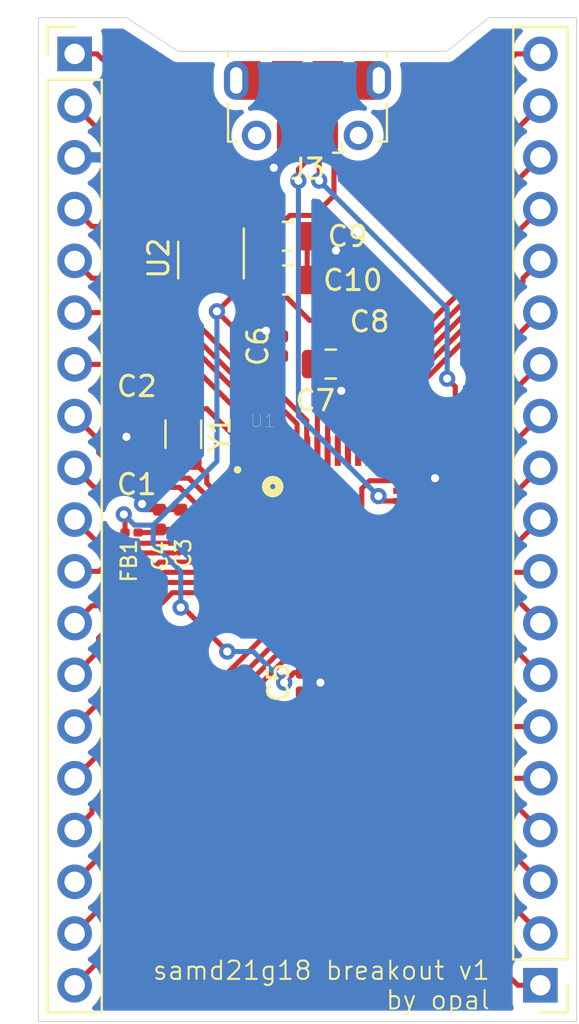
<source format=kicad_pcb>
(kicad_pcb (version 20211014) (generator pcbnew)
  (layers (0 "F.Cu" signal) (31 "B.Cu" signal) (34 "B.Paste" user) (35 "F.Paste" user) (36 "B.SilkS" user "B.Silkscreen") (37 "F.SilkS" user "F.Silkscreen") (38 "B.Mask" user) (39 "F.Mask" user) (44 "Edge.Cuts" user))
  (net 0 "")
  (net 1 "GND")
  (net 2 "Net-(C1-Pad1)")
  (net 3 "Net-(C2-Pad1)")
  (net 4 "Net-(C3-Pad1)")
  (net 5 "+3V3")
  (net 6 "Net-(C7-Pad1)")
  (net 7 "VBUS")
  (net 8 "PA21")
  (net 9 "PA22")
  (net 10 "PA23")
  (net 11 "PA27")
  (net 12 "PA28")
  (net 13 "PA30")
  (net 14 "PA31")
  (net 15 "PB23")
  (net 16 "PB22")
  (net 17 "PB11")
  (net 18 "PB10")
  (net 19 "PB09")
  (net 20 "PB08")
  (net 21 "PB03")
  (net 22 "PB02")
  (net 23 "RESET")
  (net 24 "PA20")
  (net 25 "PA19")
  (net 26 "PA18")
  (net 27 "PA17")
  (net 28 "PA16")
  (net 29 "PA15")
  (net 30 "PA14")
  (net 31 "PA13")
  (net 32 "PA12")
  (net 33 "PA11")
  (net 34 "PA10")
  (net 35 "PA09")
  (net 36 "PA08")
  (net 37 "PA07")
  (net 38 "PA06")
  (net 39 "PA05")
  (net 40 "PA04")
  (net 41 "PA03")
  (net 42 "PA02")
  (net 43 "Net-(J3-Pad6)")
  (net 44 "USB_D+")
  (net 45 "Net-(J3-Pad4)")
  (net 46 "USB_D-")
  (net 47 "Net-(U2-Pad4)")
  (footprint "Capacitor_SMD:C_0402_1005Metric" (layer "F.Cu") (at 155.448 85.9917 180)
    (fp_text reference "C2" (at 0 1.0922) (layer "F.SilkS"))
    (fp_text value "15pF")
    (pad "1" smd roundrect locked (at -0.485 0 180) (size 0.59 0.64) (layers "F.Cu" "F.Paste" "F.Mask") (net 3 "Net-(C2-Pad1)"))
    (pad "2" smd roundrect locked (at 0.485 0 180) (size 0.59 0.64) (layers "F.Cu" "F.Paste" "F.Mask") (net 1 "GND"))
  )
  (footprint "Capacitor_SMD:C_0402_1005Metric" (layer "F.Cu") (at 162.56 82.931 90)
    (fp_text reference "C6" (at 0 -1.17 90) (layer "F.SilkS"))
    (fp_text value "100nF")
    (pad "1" smd roundrect locked (at -0.485 0 90) (size 0.59 0.64) (layers "F.Cu" "F.Paste" "F.Mask") (net 5 "+3V3"))
    (pad "2" smd roundrect locked (at 0.485 0 90) (size 0.59 0.64) (layers "F.Cu" "F.Paste" "F.Mask") (net 1 "GND"))
  )
  (footprint "Capacitor_SMD:C_0402_1005Metric" (layer "F.Cu") (at 164.846 81.661)
    (fp_text reference "C8" (at 2.032 0.0635) (layer "F.SilkS"))
    (fp_text value "10µF")
    (pad "1" smd roundrect locked (at -0.485 0) (size 0.59 0.64) (layers "F.Cu" "F.Paste" "F.Mask") (net 5 "+3V3"))
    (pad "2" smd roundrect locked (at 0.485 0) (size 0.59 0.64) (layers "F.Cu" "F.Paste" "F.Mask") (net 1 "GND"))
  )
  (footprint "Connector_USB:USB_Micro-B_Molex-105017-0001" (layer "F.Cu") (at 163.83 71.12 180)
    (fp_text reference "J3" (at 0 -3.1125) (layer "F.SilkS"))
    (fp_text value "USB_B_Micro")
    (fp_line (start 3.9 -1.7625) (end 3.45 -1.7625) (layer "F.SilkS") (width 0.12))
    (fp_line (start -1.7 -2.3125) (end -1.25 -2.3125) (layer "F.SilkS") (width 0.12))
    (fp_line (start -3.9 2.6375) (end -3.9 2.3875) (layer "F.SilkS") (width 0.12))
    (fp_line (start -3.9 0.0875) (end -3.9 -1.7625) (layer "F.SilkS") (width 0.12))
    (fp_line (start -1.7 -2.3125) (end -1.7 -1.8625) (layer "F.SilkS") (width 0.12))
    (fp_line (start -3.9 -1.7625) (end -3.45 -1.7625) (layer "F.SilkS") (width 0.12))
    (fp_line (start 3.9 0.0875) (end 3.9 -1.7625) (layer "F.SilkS") (width 0.12))
    (fp_line (start 3.9 2.6375) (end 3.9 2.3875) (layer "F.SilkS") (width 0.12))
    (pad "1" smd rect locked (at -1.3 -1.4625 180) (size 0.4 1.35) (layers "F.Cu" "F.Paste" "F.Mask") (net 7 "VBUS"))
    (pad "2" smd rect locked (at -0.65 -1.4625 180) (size 0.4 1.35) (layers "F.Cu" "F.Paste" "F.Mask") (net 46 "USB_D-"))
    (pad "3" smd rect locked (at 0 -1.4625 180) (size 0.4 1.35) (layers "F.Cu" "F.Paste" "F.Mask") (net 44 "USB_D+"))
    (pad "4" smd rect locked (at 0.65 -1.4625 180) (size 0.4 1.35) (layers "F.Cu" "F.Paste" "F.Mask") (net 45 "Net-(J3-Pad4)"))
    (pad "5" smd rect locked (at 1.3 -1.4625 180) (size 0.4 1.35) (layers "F.Cu" "F.Paste" "F.Mask") (net 1 "GND"))
    (pad "6" smd rect locked (at 1 1.2375 180) (size 1.5 1.9) (layers "F.Cu" "F.Paste" "F.Mask") (net 43 "Net-(J3-Pad6)"))
    (pad "6" thru_hole circle locked (at -2.5 -1.4625 180) (size 1.45 1.45) (drill 0.85) (layers *.Cu *.Mask) (net 43 "Net-(J3-Pad6)"))
    (pad "6" thru_hole oval locked (at -3.5 1.2375) (size 1.2 1.9) (drill oval 0.6 1.3) (layers *.Cu *.Mask) (net 43 "Net-(J3-Pad6)"))
    (pad "6" thru_hole oval locked (at 3.5 1.2375 180) (size 1.2 1.9) (drill oval 0.6 1.3) (layers *.Cu *.Mask) (net 43 "Net-(J3-Pad6)"))
    (pad "6" smd rect locked (at 2.9 1.2375 180) (size 1.2 1.9) (layers "F.Cu" "F.Mask") (net 43 "Net-(J3-Pad6)"))
    (pad "6" smd rect locked (at -1 1.2375 180) (size 1.5 1.9) (layers "F.Cu" "F.Paste" "F.Mask") (net 43 "Net-(J3-Pad6)"))
    (pad "6" thru_hole circle locked (at 2.5 -1.4625 180) (size 1.45 1.45) (drill 0.85) (layers *.Cu *.Mask) (net 43 "Net-(J3-Pad6)"))
    (pad "6" smd rect locked (at -2.9 1.2375 180) (size 1.2 1.9) (layers "F.Cu" "F.Mask") (net 43 "Net-(J3-Pad6)"))
  )
  (footprint "ATSAMD21G18A-AU:QFP50P900X900X120-48N" (layer "F.Cu") (at 164.5666 92.2782)
    (fp_text reference "U1" (at -2.929028 -5.689281) (layer "F.SilkS") (effects (font (size 0.640662 0.640662) (thickness 0.015))))
    (fp_text value "ATSAMD21G18A-AU")
    (fp_circle (center -2.443 -2.458) (end -2.316 -2.458) (layer "F.SilkS") (width 0.4) (fill none))
    (fp_circle (center -4.17 -3.283) (end -4.07 -3.283) (layer "F.SilkS") (width 0.17) (fill none))
    (pad "1" smd rect locked (at -4.2 -2.75) (size 1.45 0.3) (layers "F.Cu" "F.Paste" "F.Mask") (net 3 "Net-(C2-Pad1)"))
    (pad "2" smd rect locked (at -4.2 -2.25) (size 1.45 0.3) (layers "F.Cu" "F.Paste" "F.Mask") (net 2 "Net-(C1-Pad1)"))
    (pad "3" smd rect locked (at -4.2 -1.75) (size 1.45 0.3) (layers "F.Cu" "F.Paste" "F.Mask") (net 42 "PA02"))
    (pad "4" smd rect locked (at -4.2 -1.25) (size 1.45 0.3) (layers "F.Cu" "F.Paste" "F.Mask") (net 41 "PA03"))
    (pad "5" smd rect locked (at -4.2 -0.75) (size 1.45 0.3) (layers "F.Cu" "F.Paste" "F.Mask") (net 1 "GND"))
    (pad "6" smd rect locked (at -4.2 -0.25) (size 1.45 0.3) (layers "F.Cu" "F.Paste" "F.Mask") (net 4 "Net-(C3-Pad1)"))
    (pad "7" smd rect locked (at -4.2 0.25) (size 1.45 0.3) (layers "F.Cu" "F.Paste" "F.Mask") (net 20 "PB08"))
    (pad "8" smd rect locked (at -4.2 0.75) (size 1.45 0.3) (layers "F.Cu" "F.Paste" "F.Mask") (net 19 "PB09"))
    (pad "9" smd rect locked (at -4.2 1.25) (size 1.45 0.3) (layers "F.Cu" "F.Paste" "F.Mask") (net 40 "PA04"))
    (pad "10" smd rect locked (at -4.2 1.75) (size 1.45 0.3) (layers "F.Cu" "F.Paste" "F.Mask") (net 39 "PA05"))
    (pad "11" smd rect locked (at -4.2 2.25) (size 1.45 0.3) (layers "F.Cu" "F.Paste" "F.Mask") (net 38 "PA06"))
    (pad "12" smd rect locked (at -4.2 2.75) (size 1.45 0.3) (layers "F.Cu" "F.Paste" "F.Mask") (net 37 "PA07"))
    (pad "13" smd rect locked (at -2.75 4.2) (size 0.3 1.45) (layers "F.Cu" "F.Paste" "F.Mask") (net 36 "PA08"))
    (pad "14" smd rect locked (at -2.25 4.2) (size 0.3 1.45) (layers "F.Cu" "F.Paste" "F.Mask") (net 35 "PA09"))
    (pad "15" smd rect locked (at -1.75 4.2) (size 0.3 1.45) (layers "F.Cu" "F.Paste" "F.Mask") (net 34 "PA10"))
    (pad "16" smd rect locked (at -1.25 4.2) (size 0.3 1.45) (layers "F.Cu" "F.Paste" "F.Mask") (net 33 "PA11"))
    (pad "17" smd rect locked (at -0.75 4.2) (size 0.3 1.45) (layers "F.Cu" "F.Paste" "F.Mask") (net 5 "+3V3"))
    (pad "18" smd rect locked (at -0.25 4.2) (size 0.3 1.45) (layers "F.Cu" "F.Paste" "F.Mask") (net 1 "GND"))
    (pad "19" smd rect locked (at 0.25 4.2) (size 0.3 1.45) (layers "F.Cu" "F.Paste" "F.Mask") (net 18 "PB10"))
    (pad "20" smd rect locked (at 0.75 4.2) (size 0.3 1.45) (layers "F.Cu" "F.Paste" "F.Mask") (net 17 "PB11"))
    (pad "21" smd rect locked (at 1.25 4.2) (size 0.3 1.45) (layers "F.Cu" "F.Paste" "F.Mask") (net 32 "PA12"))
    (pad "22" smd rect locked (at 1.75 4.2) (size 0.3 1.45) (layers "F.Cu" "F.Paste" "F.Mask") (net 31 "PA13"))
    (pad "23" smd rect locked (at 2.25 4.2) (size 0.3 1.45) (layers "F.Cu" "F.Paste" "F.Mask") (net 30 "PA14"))
    (pad "24" smd rect locked (at 2.75 4.2) (size 0.3 1.45) (layers "F.Cu" "F.Paste" "F.Mask") (net 29 "PA15"))
    (pad "25" smd rect locked (at 4.17 2.75) (size 1.45 0.3) (layers "F.Cu" "F.Paste" "F.Mask") (net 28 "PA16"))
    (pad "26" smd rect locked (at 4.2 2.25) (size 1.45 0.3) (layers "F.Cu" "F.Paste" "F.Mask") (net 27 "PA17"))
    (pad "27" smd rect locked (at 4.2 1.75) (size 1.45 0.3) (layers "F.Cu" "F.Paste" "F.Mask") (net 26 "PA18"))
    (pad "28" smd rect locked (at 4.2 1.25) (size 1.45 0.3) (layers "F.Cu" "F.Paste" "F.Mask") (net 25 "PA19"))
    (pad "29" smd rect locked (at 4.2 0.75) (size 1.45 0.3) (layers "F.Cu" "F.Paste" "F.Mask") (net 24 "PA20"))
    (pad "30" smd rect locked (at 4.2 0.25) (size 1.45 0.3) (layers "F.Cu" "F.Paste" "F.Mask") (net 8 "PA21"))
    (pad "31" smd rect locked (at 4.2 -0.25) (size 1.45 0.3) (layers "F.Cu" "F.Paste" "F.Mask") (net 9 "PA22"))
    (pad "32" smd rect locked (at 4.2 -0.75) (size 1.45 0.3) (layers "F.Cu" "F.Paste" "F.Mask") (net 10 "PA23"))
    (pad "33" smd rect locked (at 4.2 -1.25) (size 1.45 0.3) (layers "F.Cu" "F.Paste" "F.Mask") (net 46 "USB_D-"))
    (pad "34" smd rect locked (at 4.2 -1.75) (size 1.45 0.3) (layers "F.Cu" "F.Paste" "F.Mask") (net 44 "USB_D+"))
    (pad "35" smd rect locked (at 4.2 -2.25) (size 1.45 0.3) (layers "F.Cu" "F.Paste" "F.Mask") (net 1 "GND"))
    (pad "36" smd rect locked (at 4.2 -2.75) (size 1.45 0.3) (layers "F.Cu" "F.Paste" "F.Mask") (net 5 "+3V3"))
    (pad "37" smd rect locked (at 2.75 -4.2) (size 0.3 1.45) (layers "F.Cu" "F.Paste" "F.Mask") (net 16 "PB22"))
    (pad "38" smd rect locked (at 2.25 -4.2) (size 0.3 1.45) (layers "F.Cu" "F.Paste" "F.Mask") (net 15 "PB23"))
    (pad "39" smd rect locked (at 1.75 -4.2) (size 0.3 1.45) (layers "F.Cu" "F.Paste" "F.Mask") (net 11 "PA27"))
    (pad "40" smd rect locked (at 1.25 -4.2) (size 0.3 1.45) (layers "F.Cu" "F.Paste" "F.Mask") (net 23 "RESET"))
    (pad "41" smd rect locked (at 0.75 -4.2) (size 0.3 1.45) (layers "F.Cu" "F.Paste" "F.Mask") (net 12 "PA28"))
    (pad "42" smd rect locked (at 0.25 -4.2) (size 0.3 1.45) (layers "F.Cu" "F.Paste" "F.Mask") (net 1 "GND"))
    (pad "43" smd rect locked (at -0.25 -4.2) (size 0.3 1.45) (layers "F.Cu" "F.Paste" "F.Mask") (net 6 "Net-(C7-Pad1)"))
    (pad "44" smd rect locked (at -0.75 -4.2) (size 0.3 1.45) (layers "F.Cu" "F.Paste" "F.Mask") (net 5 "+3V3"))
    (pad "45" smd rect locked (at -1.25 -4.2) (size 0.3 1.45) (layers "F.Cu" "F.Paste" "F.Mask") (net 13 "PA30"))
    (pad "46" smd rect locked (at -1.75 -4.2) (size 0.3 1.45) (layers "F.Cu" "F.Paste" "F.Mask") (net 14 "PA31"))
    (pad "47" smd rect locked (at -2.25 -4.2) (size 0.3 1.45) (layers "F.Cu" "F.Paste" "F.Mask") (net 22 "PB02"))
    (pad "48" smd rect locked (at -2.75 -4.2) (size 0.3 1.45) (layers "F.Cu" "F.Paste" "F.Mask") (net 21 "PB03"))
  )
  (footprint "Package_TO_SOT_SMD:SOT-23-5" (layer "F.Cu") (at 159.0929 78.7019 -90)
    (fp_text reference "U2" (at -0.0889 2.5654 90) (layer "F.SilkS"))
    (fp_text value "MIC5504-3.3YM5")
    (fp_line (start -0.9 1.61) (end 0.9 1.61) (layer "F.SilkS") (width 0.12))
    (fp_line (start 0.9 -1.61) (end -1.55 -1.61) (layer "F.SilkS") (width 0.12))
    (pad "1" smd rect locked (at -1.1 -0.95 270) (size 1.06 0.65) (layers "F.Cu" "F.Paste" "F.Mask") (net 7 "VBUS"))
    (pad "2" smd rect locked (at -1.1 0 270) (size 1.06 0.65) (layers "F.Cu" "F.Paste" "F.Mask") (net 1 "GND"))
    (pad "3" smd rect locked (at -1.1 0.95 270) (size 1.06 0.65) (layers "F.Cu" "F.Paste" "F.Mask") (net 7 "VBUS"))
    (pad "4" smd rect locked (at 1.1 0.95 270) (size 1.06 0.65) (layers "F.Cu" "F.Paste" "F.Mask") (net 47 "Net-(U2-Pad4)"))
    (pad "5" smd rect locked (at 1.1 -0.95 270) (size 1.06 0.65) (layers "F.Cu" "F.Paste" "F.Mask") (net 5 "+3V3"))
  )
  (footprint "Capacitor_SMD:C_0402_1005Metric" (layer "F.Cu") (at 163.576 99.441 90)
    (fp_text reference "C5" (at 0 -1.17 90) (layer "F.SilkS"))
    (fp_text value "100nF")
    (pad "1" smd roundrect locked (at -0.485 0 90) (size 0.59 0.64) (layers "F.Cu" "F.Paste" "F.Mask") (net 1 "GND"))
    (pad "2" smd roundrect locked (at 0.485 0 90) (size 0.59 0.64) (layers "F.Cu" "F.Paste" "F.Mask") (net 5 "+3V3"))
  )
  (footprint "Capacitor_SMD:C_0805_2012Metric" (layer "F.Cu") (at 162.8902 79.6798)
    (fp_text reference "C10" (at 3.1623 0.0127) (layer "F.SilkS"))
    (fp_text value "1µF")
    (fp_line (start -0.258578 -0.71) (end 0.258578 -0.71) (layer "F.SilkS") (width 0.12))
    (fp_line (start -0.258578 0.71) (end 0.258578 0.71) (layer "F.SilkS") (width 0.12))
    (pad "1" smd roundrect locked (at -0.9375 0) (size 0.975 1.4) (layers "F.Cu" "F.Paste" "F.Mask") (net 5 "+3V3"))
    (pad "2" smd roundrect locked (at 0.9375 0) (size 0.975 1.4) (layers "F.Cu" "F.Paste" "F.Mask") (net 1 "GND"))
  )
  (footprint "Capacitor_SMD:C_0402_1005Metric" (layer "F.Cu") (at 155.448 88.5444 180)
    (fp_text reference "C1" (at 0 -1.17) (layer "F.SilkS"))
    (fp_text value "15pF")
    (pad "1" smd roundrect locked (at -0.485 0 180) (size 0.59 0.64) (layers "F.Cu" "F.Paste" "F.Mask") (net 2 "Net-(C1-Pad1)"))
    (pad "2" smd roundrect locked (at 0.485 0 180) (size 0.59 0.64) (layers "F.Cu" "F.Paste" "F.Mask") (net 1 "GND"))
  )
  (footprint "Capacitor_SMD:C_0402_1005Metric" (layer "F.Cu") (at 156.5656 91.44 -90)
    (fp_text reference "C4" (at 1.778 -0.0254 90) (layer "F.SilkS") (effects (font (size 0.75 0.75) (thickness 0.12))))
    (fp_text value "10µF")
    (pad "1" smd roundrect locked (at -0.485 0 270) (size 0.59 0.64) (layers "F.Cu" "F.Paste" "F.Mask") (net 1 "GND"))
    (pad "2" smd roundrect locked (at 0.485 0 270) (size 0.59 0.64) (layers "F.Cu" "F.Paste" "F.Mask") (net 4 "Net-(C3-Pad1)"))
  )
  (footprint "Capacitor_SMD:C_0402_1005Metric" (layer "F.Cu") (at 157.607 91.44 90)
    (fp_text reference "C3" (at -1.651 0.127 90) (layer "F.SilkS") (effects (font (size 0.75 0.75) (thickness 0.12))))
    (fp_text value "100nF")
    (pad "1" smd roundrect locked (at -0.485 0 90) (size 0.59 0.64) (layers "F.Cu" "F.Paste" "F.Mask") (net 4 "Net-(C3-Pad1)"))
    (pad "2" smd roundrect locked (at 0.485 0 90) (size 0.59 0.64) (layers "F.Cu" "F.Paste" "F.Mask") (net 1 "GND"))
  )
  (footprint "Inductor_SMD:L_0201_0603Metric" (layer "F.Cu") (at 155.194 92.075)
    (fp_text reference "FB1" (at -0.127 1.397 270) (layer "F.SilkS") (effects (font (size 0.75 0.75) (thickness 0.12))))
    (fp_text value "220Ω @ 100MHz")
    (pad "1" smd roundrect locked (at -0.32 0) (size 0.46 0.4) (layers "F.Cu" "F.Mask") (net 5 "+3V3"))
    (pad "2" smd roundrect locked (at 0.32 0) (size 0.46 0.4) (layers "F.Cu" "F.Mask") (net 4 "Net-(C3-Pad1)"))
  )
  (footprint "Connector_PinHeader_2.54mm:PinHeader_1x19_P2.54mm_Vertical" (layer "F.Cu") (at 175.26 114.3 180)
    (fp_text reference "J2" hide)
    (fp_text value "Conn_01x19")
    (fp_line (start -1.33 1.27) (end -1.33 47.05) (layer "F.SilkS") (width 0.12))
    (fp_line (start -1.33 1.27) (end 1.33 1.27) (layer "F.SilkS") (width 0.12))
    (fp_line (start 1.33 1.27) (end 1.33 47.05) (layer "F.SilkS") (width 0.12))
    (fp_line (start -1.33 0) (end -1.33 -1.33) (layer "F.SilkS") (width 0.12))
    (fp_line (start -1.33 -1.33) (end 0 -1.33) (layer "F.SilkS") (width 0.12))
    (fp_line (start -1.33 47.05) (end 1.33 47.05) (layer "F.SilkS") (width 0.12))
    (pad "1" thru_hole rect locked (at 0 0 180) (size 1.7 1.7) (drill 1) (layers *.Cu *.Mask) (net 18 "PB10"))
    (pad "2" thru_hole oval locked (at 0 2.54 180) (size 1.7 1.7) (drill 1) (layers *.Cu *.Mask) (net 17 "PB11"))
    (pad "3" thru_hole oval locked (at 0 5.08 180) (size 1.7 1.7) (drill 1) (layers *.Cu *.Mask) (net 32 "PA12"))
    (pad "4" thru_hole oval locked (at 0 7.62 180) (size 1.7 1.7) (drill 1) (layers *.Cu *.Mask) (net 31 "PA13"))
    (pad "5" thru_hole oval locked (at 0 10.16 180) (size 1.7 1.7) (drill 1) (layers *.Cu *.Mask) (net 30 "PA14"))
    (pad "6" thru_hole oval locked (at 0 12.7 180) (size 1.7 1.7) (drill 1) (layers *.Cu *.Mask) (net 29 "PA15"))
    (pad "7" thru_hole oval locked (at 0 15.24 180) (size 1.7 1.7) (drill 1) (layers *.Cu *.Mask) (net 28 "PA16"))
    (pad "8" thru_hole oval locked (at 0 17.78 180) (size 1.7 1.7) (drill 1) (layers *.Cu *.Mask) (net 27 "PA17"))
    (pad "9" thru_hole oval locked (at 0 20.32 180) (size 1.7 1.7) (drill 1) (layers *.Cu *.Mask) (net 26 "PA18"))
    (pad "10" thru_hole oval locked (at 0 22.86 180) (size 1.7 1.7) (drill 1) (layers *.Cu *.Mask) (net 25 "PA19"))
    (pad "11" thru_hole oval locked (at 0 25.4 180) (size 1.7 1.7) (drill 1) (layers *.Cu *.Mask) (net 24 "PA20"))
    (pad "12" thru_hole oval locked (at 0 27.94 180) (size 1.7 1.7) (drill 1) (layers *.Cu *.Mask) (net 8 "PA21"))
    (pad "13" thru_hole oval locked (at 0 30.48 180) (size 1.7 1.7) (drill 1) (layers *.Cu *.Mask) (net 9 "PA22"))
    (pad "14" thru_hole oval locked (at 0 33.02 180) (size 1.7 1.7) (drill 1) (layers *.Cu *.Mask) (net 10 "PA23"))
    (pad "15" thru_hole oval locked (at 0 35.56 180) (size 1.7 1.7) (drill 1) (layers *.Cu *.Mask) (net 16 "PB22"))
    (pad "16" thru_hole oval locked (at 0 38.1 180) (size 1.7 1.7) (drill 1) (layers *.Cu *.Mask) (net 15 "PB23"))
    (pad "17" thru_hole oval locked (at 0 40.64 180) (size 1.7 1.7) (drill 1) (layers *.Cu *.Mask) (net 11 "PA27"))
    (pad "18" thru_hole oval locked (at 0 43.18 180) (size 1.7 1.7) (drill 1) (layers *.Cu *.Mask) (net 23 "RESET"))
    (pad "19" thru_hole oval locked (at 0 45.72 180) (size 1.7 1.7) (drill 1) (layers *.Cu *.Mask) (net 12 "PA28"))
  )
  (footprint "Capacitor_SMD:C_0805_2012Metric" (layer "F.Cu") (at 162.8775 77.5335)
    (fp_text reference "C9" (at 2.921 0) (layer "F.SilkS"))
    (fp_text value "1µF")
    (fp_line (start -0.258578 0.71) (end 0.258578 0.71) (layer "F.SilkS") (width 0.12))
    (fp_line (start -0.258578 -0.71) (end 0.258578 -0.71) (layer "F.SilkS") (width 0.12))
    (pad "1" smd roundrect locked (at -0.9375 0) (size 0.975 1.4) (layers "F.Cu" "F.Paste" "F.Mask") (net 7 "VBUS"))
    (pad "2" smd roundrect locked (at 0.9375 0) (size 0.975 1.4) (layers "F.Cu" "F.Paste" "F.Mask") (net 1 "GND"))
  )
  (footprint "Capacitor_SMD:C_0805_2012Metric" (layer "F.Cu") (at 164.973 83.8073)
    (fp_text reference "C7" (at -0.762 1.7907) (layer "F.SilkS"))
    (fp_text value "1µF")
    (fp_line (start -0.258578 -0.71) (end 0.258578 -0.71) (layer "F.SilkS") (width 0.12))
    (fp_line (start -0.258578 0.71) (end 0.258578 0.71) (layer "F.SilkS") (width 0.12))
    (pad "1" smd roundrect locked (at -0.9375 0) (size 0.975 1.4) (layers "F.Cu" "F.Paste" "F.Mask") (net 6 "Net-(C7-Pad1)"))
    (pad "2" smd roundrect locked (at 0.9375 0) (size 0.975 1.4) (layers "F.Cu" "F.Paste" "F.Mask") (net 1 "GND"))
  )
  (footprint "Crystal:Crystal_SMD_3215-2Pin_3.2x1.5mm" (layer "F.Cu") (at 157.734 87.249 90)
    (fp_text reference "Y1" (at 0.0127 1.7907 90) (layer "F.SilkS"))
    (fp_text value "32768Hz")
    (fp_line (start -0.675 0.875) (end 0.675 0.875) (layer "F.SilkS") (width 0.12))
    (fp_line (start -0.675 -0.875) (end 0.675 -0.875) (layer "F.SilkS") (width 0.12))
    (pad "1" smd rect locked (at 1.25 0 90) (size 1 1.8) (layers "F.Cu" "F.Paste" "F.Mask") (net 3 "Net-(C2-Pad1)"))
    (pad "2" smd rect locked (at -1.25 0 90) (size 1 1.8) (layers "F.Cu" "F.Paste" "F.Mask") (net 2 "Net-(C1-Pad1)"))
  )
  (footprint "Connector_PinHeader_2.54mm:PinHeader_1x19_P2.54mm_Vertical" (layer "F.Cu") (at 152.4 68.58)
    (fp_text reference "J1" hide)
    (fp_text value "Conn_01x19")
    (fp_line (start -1.33 1.27) (end 1.33 1.27) (layer "F.SilkS") (width 0.12))
    (fp_line (start -1.33 0) (end -1.33 -1.33) (layer "F.SilkS") (width 0.12))
    (fp_line (start -1.33 -1.33) (end 0 -1.33) (layer "F.SilkS") (width 0.12))
    (fp_line (start -1.33 1.27) (end -1.33 47.05) (layer "F.SilkS") (width 0.12))
    (fp_line (start -1.33 47.05) (end 1.33 47.05) (layer "F.SilkS") (width 0.12))
    (fp_line (start 1.33 1.27) (end 1.33 47.05) (layer "F.SilkS") (width 0.12))
    (pad "1" thru_hole rect locked (at 0 0) (size 1.7 1.7) (drill 1) (layers *.Cu *.Mask) (net 7 "VBUS"))
    (pad "2" thru_hole oval locked (at 0 2.54) (size 1.7 1.7) (drill 1) (layers *.Cu *.Mask) (net 5 "+3V3"))
    (pad "3" thru_hole oval locked (at 0 5.08) (size 1.7 1.7) (drill 1) (layers *.Cu *.Mask) (net 1 "GND"))
    (pad "4" thru_hole oval locked (at 0 7.62) (size 1.7 1.7) (drill 1) (layers *.Cu *.Mask) (net 13 "PA30"))
    (pad "5" thru_hole oval locked (at 0 10.16) (size 1.7 1.7) (drill 1) (layers *.Cu *.Mask) (net 14 "PA31"))
    (pad "6" thru_hole oval locked (at 0 12.7) (size 1.7 1.7) (drill 1) (layers *.Cu *.Mask) (net 22 "PB02"))
    (pad "7" thru_hole oval locked (at 0 15.24) (size 1.7 1.7) (drill 1) (layers *.Cu *.Mask) (net 21 "PB03"))
    (pad "8" thru_hole oval locked (at 0 17.78) (size 1.7 1.7) (drill 1) (layers *.Cu *.Mask) (net 42 "PA02"))
    (pad "9" thru_hole oval locked (at 0 20.32) (size 1.7 1.7) (drill 1) (layers *.Cu *.Mask) (net 41 "PA03"))
    (pad "10" thru_hole oval locked (at 0 22.86) (size 1.7 1.7) (drill 1) (layers *.Cu *.Mask) (net 20 "PB08"))
    (pad "11" thru_hole oval locked (at 0 25.4) (size 1.7 1.7) (drill 1) (layers *.Cu *.Mask) (net 19 "PB09"))
    (pad "12" thru_hole oval locked (at 0 27.94) (size 1.7 1.7) (drill 1) (layers *.Cu *.Mask) (net 40 "PA04"))
    (pad "13" thru_hole oval locked (at 0 30.48) (size 1.7 1.7) (drill 1) (layers *.Cu *.Mask) (net 39 "PA05"))
    (pad "14" thru_hole oval locked (at 0 33.02) (size 1.7 1.7) (drill 1) (layers *.Cu *.Mask) (net 38 "PA06"))
    (pad "15" thru_hole oval locked (at 0 35.56) (size 1.7 1.7) (drill 1) (layers *.Cu *.Mask) (net 37 "PA07"))
    (pad "16" thru_hole oval locked (at 0 38.1) (size 1.7 1.7) (drill 1) (layers *.Cu *.Mask) (net 36 "PA08"))
    (pad "17" thru_hole oval locked (at 0 40.64) (size 1.7 1.7) (drill 1) (layers *.Cu *.Mask) (net 35 "PA09"))
    (pad "18" thru_hole oval locked (at 0 43.18) (size 1.7 1.7) (drill 1) (layers *.Cu *.Mask) (net 34 "PA10"))
    (pad "19" thru_hole oval locked (at 0 45.72) (size 1.7 1.7) (drill 1) (layers *.Cu *.Mask) (net 33 "PA11"))
  )
  (gr_line (start 150.622 116.078) (end 150.622 66.802) (layer "Edge.Cuts") (width 0.05))
  (gr_line (start 165.608 68.453) (end 170.688 68.453) (layer "Edge.Cuts") (width 0.05))
  (gr_line (start 150.622 66.802) (end 154.94 66.802) (layer "Edge.Cuts") (width 0.05))
  (gr_line (start 159.512 68.453) (end 165.608 68.453) (layer "Edge.Cuts") (width 0.05))
  (gr_line (start 172.72 66.802) (end 177.038 66.802) (layer "Edge.Cuts") (width 0.05))
  (gr_line (start 157.48 68.453) (end 154.94 66.802) (layer "Edge.Cuts") (width 0.05))
  (gr_line (start 170.688 68.453) (end 172.72 66.802) (layer "Edge.Cuts") (width 0.05))
  (gr_line (start 177.038 66.802) (end 177.038 116.078) (layer "Edge.Cuts") (width 0.05))
  (gr_line (start 159.512 68.453) (end 157.48 68.453) (layer "Edge.Cuts") (width 0.05))
  (gr_line (start 177.038 116.078) (end 150.622 116.078) (layer "Edge.Cuts") (width 0.05))
  (gr_text "samd21g18 breakout v1\nby opal" (at 172.847 114.3) (layer "F.SilkS") (effects (font (size 0.9 0.9) (thickness 0.1)) (justify right)))
  (segment (start 154.94 88.5214) (end 154.963 88.5444) (width 0.25) (layer "F.Cu") (net 1))
  (segment (start 165.227 78.232) (end 164.89342 77.5335) (width 0.25) (layer "F.Cu") (net 1))
  (segment (start 163.98 99.926) (end 164.465 99.441) (width 0.25) (layer "F.Cu") (net 1))
  (segment (start 156.5656 90.955) (end 157.607 90.955) (width 0.25) (layer "F.Cu") (net 1))
  (segment (start 159.0929 76.4032) (end 159.0929 77.6019) (width 0.25) (layer "F.Cu") (net 1))
  (segment (start 157.607 91.0058) (end 157.927 91.0058) (width 0.25) (layer "F.Cu") (net 1))
  (segment (start 163.815 79.6671) (end 163.8277 79.6798) (width 0.25) (layer "F.Cu") (net 1))
  (segment (start 162.53 73.817) (end 162.53 72.5825) (width 0.25) (layer "F.Cu") (net 1))
  (segment (start 162.179 74.168) (end 162.53 73.817) (width 0.25) (layer "F.Cu") (net 1))
  (segment (start 165.331 79.030354) (end 165.331 81.661) (width 0.25) (layer "F.Cu") (net 1))
  (segment (start 156.5656 90.955) (end 155.990423 90.955) (width 0.25) (layer "F.Cu") (net 1))
  (segment (start 165.227 78.232) (end 165.331 79.030354) (width 0.25) (layer "F.Cu") (net 1))
  (segment (start 158.4494 91.5282) (end 159.3916 91.5282) (width 0.25) (layer "F.Cu") (net 1))
  (segment (start 157.927 91.0058) (end 158.4494 91.5282) (width 0.25) (layer "F.Cu") (net 1))
  (segment (start 163.815 77.5335) (end 163.815 79.6671) (width 0.25) (layer "F.Cu") (net 1))
  (segment (start 165.7454 84.85973) (end 165.48643 85.1187) (width 0.25) (layer "F.Cu") (net 1))
  (segment (start 154.963 85.9917) (end 154.963 87.353) (width 0.25) (layer "F.Cu") (net 1))
  (segment (start 169.7416 90.0282) (end 168.7666 90.0282) (width 0.25) (layer "F.Cu") (net 1))
  (segment (start 155.990423 90.955) (end 155.708231 90.672808) (width 0.25) (layer "F.Cu") (net 1))
  (segment (start 154.963 87.353) (end 154.94 87.376) (width 0.25) (layer "F.Cu") (net 1))
  (segment (start 162.56 82.446) (end 162.075 82.446) (width 0.25) (layer "F.Cu") (net 1))
  (segment (start 159.3916 91.5282) (end 160.3666 91.5282) (width 0.25) (layer "F.Cu") (net 1))
  (segment (start 164.3166 99.2926) (end 164.465 99.441) (width 0.25) (layer "F.Cu") (net 1))
  (segment (start 170.091602 89.678198) (end 170.091602 89.408) (width 0.25) (layer "F.Cu") (net 1))
  (segment (start 164.89342 77.5335) (end 163.815 77.5335) (width 0.25) (layer "F.Cu") (net 1))
  (segment (start 164.8166 88.0782) (end 164.8166 85.78853) (width 0.25) (layer "F.Cu") (net 1))
  (segment (start 162.179 74.168) (end 159.0929 76.4032) (width 0.25) (layer "F.Cu") (net 1))
  (segment (start 165.7454 83.8073) (end 165.7454 84.85973) (width 0.25) (layer "F.Cu") (net 1))
  (segment (start 162.075 82.446) (end 161.798 82.169) (width 0.25) (layer "F.Cu") (net 1))
  (segment (start 154.94 87.376) (end 154.94 88.5214) (width 0.25) (layer "F.Cu") (net 1))
  (segment (start 169.7416 90.0282) (end 170.091602 89.678198) (width 0.25) (layer "F.Cu") (net 1))
  (segment (start 164.8166 85.78853) (end 165.48643 85.1187) (width 0.25) (layer "F.Cu") (net 1))
  (segment (start 163.576 99.926) (end 163.98 99.926) (width 0.25) (layer "F.Cu") (net 1))
  (segment (start 164.3166 96.4782) (end 164.3166 99.2926) (width 0.25) (layer "F.Cu") (net 1))
  (via (at 162.179 74.168) (size 0.8) (drill 0.4) (layers "F.Cu" "B.Cu") (net 1))
  (via (at 165.48643 85.1187) (size 0.8) (drill 0.4) (layers "F.Cu" "B.Cu") (net 1))
  (via (at 165.227 78.232) (size 0.8) (drill 0.4) (layers "F.Cu" "B.Cu") (net 1))
  (via (at 161.798 82.169) (size 0.8) (drill 0.4) (layers "F.Cu" "B.Cu") (net 1))
  (via (at 170.091602 89.408) (size 0.8) (drill 0.4) (layers "F.Cu" "B.Cu") (net 1))
  (via (at 164.465 99.441) (size 0.8) (drill 0.4) (layers "F.Cu" "B.Cu") (net 1))
  (via (at 154.94 87.376) (size 0.8) (drill 0.4) (layers "F.Cu" "B.Cu") (net 1))
  (via (at 155.708231 90.672808) (size 0.8) (drill 0.4) (layers "F.Cu" "B.Cu") (net 1))
  (segment (start 159.2632 90.0282) (end 158.884 89.649) (width 0.25) (layer "F.Cu") (net 2))
  (segment (start 158.884 89.649) (end 158.884 89.249) (width 0.25) (layer "F.Cu") (net 2))
  (segment (start 159.528011 90.0282) (end 160.3666 90.0282) (width 0.25) (layer "F.Cu") (net 2))
  (segment (start 155.933 88.5444) (end 157.6886 88.5444) (width 0.25) (layer "F.Cu") (net 2))
  (segment (start 157.6886 88.5444) (end 157.734 88.499) (width 0.25) (layer "F.Cu") (net 2))
  (segment (start 158.884 89.249) (end 158.134 88.499) (width 0.25) (layer "F.Cu") (net 2))
  (segment (start 160.3666 90.0282) (end 159.2632 90.0282) (width 0.25) (layer "F.Cu") (net 2))
  (segment (start 158.134 88.499) (end 157.734 88.499) (width 0.25) (layer "F.Cu") (net 2))
  (segment (start 160.3666 87.4816) (end 160.3666 89.1282) (width 0.25) (layer "F.Cu") (net 3))
  (segment (start 157.734 85.999) (end 158.884 85.999) (width 0.25) (layer "F.Cu") (net 3))
  (segment (start 158.884 85.999) (end 160.3666 87.4816) (width 0.25) (layer "F.Cu") (net 3))
  (segment (start 155.933 85.9917) (end 157.7267 85.9917) (width 0.25) (layer "F.Cu") (net 3))
  (segment (start 160.3666 89.1282) (end 160.3666 89.5282) (width 0.25) (layer "F.Cu") (net 3))
  (segment (start 157.7267 85.9917) (end 157.734 85.999) (width 0.25) (layer "F.Cu") (net 3))
  (segment (start 157.927 91.9758) (end 157.9794 92.0282) (width 0.25) (layer "F.Cu") (net 4))
  (segment (start 156.5656 91.925) (end 157.607 91.925) (width 0.25) (layer "F.Cu") (net 4))
  (segment (start 155.514 92.075) (end 156.4156 92.075) (width 0.25) (layer "F.Cu") (net 4))
  (segment (start 159.3916 92.0282) (end 160.3666 92.0282) (width 0.25) (layer "F.Cu") (net 4))
  (segment (start 156.4156 92.075) (end 156.5656 91.925) (width 0.25) (layer "F.Cu") (net 4))
  (segment (start 157.607 91.9758) (end 157.927 91.9758) (width 0.25) (layer "F.Cu") (net 4))
  (segment (start 157.9794 92.0282) (end 159.3916 92.0282) (width 0.25) (layer "F.Cu") (net 4))
  (segment (start 163.8166 98.7154) (end 163.576 98.956) (width 0.25) (layer "F.Cu") (net 5))
  (segment (start 163.8166 96.4782) (end 163.8166 95.5032) (width 0.25) (layer "F.Cu") (net 5))
  (segment (start 162.56 85.344) (end 163.791601 86.575601) (width 0.25) (layer "F.Cu") (net 5))
  (segment (start 159.967899 78.946899) (end 158.047897 78.946899) (width 0.25) (layer "F.Cu") (net 5))
  (segment (start 163.8166 96.4782) (end 163.8166 98.7154) (width 0.25) (layer "F.Cu") (net 5))
  (segment (start 157.492899 78.391901) (end 157.492899 76.212899) (width 0.25) (layer "F.Cu") (net 5))
  (segment (start 163.9339 81.661) (end 164.361 81.661) (width 0.25) (layer "F.Cu") (net 5))
  (segment (start 161.9527 79.6798) (end 163.9339 81.661) (width 0.25) (layer "F.Cu") (net 5))
  (segment (start 161.5845 83.416) (end 159.385 81.2165) (width 0.25) (layer "F.Cu") (net 5))
  (segment (start 163.172 98.956) (end 162.687 99.441) (width 0.25) (layer "F.Cu") (net 5))
  (segment (start 157.492899 76.212899) (end 153.249999 71.969999) (width 0.25) (layer "F.Cu") (net 5))
  (segment (start 154.874 92.075) (end 154.874 91.247) (width 0.25) (layer "F.Cu") (net 5))
  (segment (start 158.047897 78.946899) (end 157.492899 78.391901) (width 0.25) (layer "F.Cu") (net 5))
  (segment (start 163.791601 86.575601) (end 163.791601 88.053201) (width 0.25) (layer "F.Cu") (net 5))
  (segment (start 163.791601 88.053201) (end 163.8166 88.0782) (width 0.25) (layer "F.Cu") (net 5))
  (segment (start 166.878 89.535) (end 168.7666 89.5282) (width 0.25) (layer "F.Cu") (net 5))
  (segment (start 159.893 97.917) (end 157.734 95.758) (width 0.25) (layer "F.Cu") (net 5))
  (segment (start 162.56 83.416) (end 162.56 85.344) (width 0.25) (layer "F.Cu") (net 5))
  (segment (start 161.8306 79.8019) (end 161.9527 79.6798) (width 0.25) (layer "F.Cu") (net 5))
  (segment (start 163.576 98.956) (end 163.172 98.956) (width 0.25) (layer "F.Cu") (net 5))
  (segment (start 160.0429 79.8019) (end 161.8306 79.8019) (width 0.25) (layer "F.Cu") (net 5))
  (segment (start 160.0429 79.8019) (end 160.0429 79.0219) (width 0.25) (layer "F.Cu") (net 5))
  (segment (start 162.56 83.416) (end 161.5845 83.416) (width 0.25) (layer "F.Cu") (net 5))
  (segment (start 154.874 91.247) (end 154.813 91.186) (width 0.25) (layer "F.Cu") (net 5))
  (segment (start 157.734 95.758) (end 157.607 95.758) (width 0.25) (layer "F.Cu") (net 5))
  (segment (start 153.249999 71.969999) (end 152.4 71.12) (width 0.25) (layer "F.Cu") (net 5))
  (segment (start 160.0429 79.0219) (end 159.967899 78.946899) (width 0.25) (layer "F.Cu") (net 5))
  (segment (start 163.8166 95.5032) (end 166.497 92.8228) (width 0.25) (layer "F.Cu") (net 5))
  (segment (start 159.385 81.2165) (end 160.0429 80.5819) (width 0.25) (layer "F.Cu") (net 5))
  (segment (start 154.813 91.186) (end 155.001 91.374) (width 0.25) (layer "F.Cu") (net 5))
  (segment (start 166.497 89.916) (end 166.878 89.535) (width 0.25) (layer "F.Cu") (net 5))
  (segment (start 160.0429 80.5819) (end 160.0429 79.8019) (width 0.25) (layer "F.Cu") (net 5))
  (segment (start 166.497 92.8228) (end 166.497 89.916) (width 0.25) (layer "F.Cu") (net 5))
  (via (at 159.385 81.2165) (size 0.8) (drill 0.4) (layers "F.Cu" "B.Cu") (net 5))
  (via (at 162.687 99.441) (size 0.8) (drill 0.4) (layers "F.Cu" "B.Cu") (net 5))
  (via (at 157.607 95.758) (size 0.8) (drill 0.4) (layers "F.Cu" "B.Cu") (net 5))
  (via (at 159.893 97.917) (size 0.8) (drill 0.4) (layers "F.Cu" "B.Cu") (net 5))
  (via (at 154.813 91.186) (size 0.8) (drill 0.4) (layers "F.Cu" "B.Cu") (net 5))
  (segment (start 154.813 91.186) (end 155.339999 91.712999) (width 0.25) (layer "B.Cu") (net 5))
  (segment (start 161.163 97.917) (end 159.893 97.917) (width 0.25) (layer "B.Cu") (net 5))
  (segment (start 162.687 99.441) (end 161.163 97.917) (width 0.25) (layer "B.Cu") (net 5))
  (segment (start 157.607 95.758) (end 157.607 93.98) (width 0.25) (layer "B.Cu") (net 5))
  (segment (start 156.254501 92.627501) (end 156.254501 91.712999) (width 0.25) (layer "B.Cu") (net 5))
  (segment (start 159.385 88.5825) (end 159.385 81.2165) (width 0.25) (layer "B.Cu") (net 5))
  (segment (start 156.254501 91.712999) (end 159.385 88.5825) (width 0.25) (layer "B.Cu") (net 5))
  (segment (start 157.607 93.98) (end 156.254501 92.627501) (width 0.25) (layer "B.Cu") (net 5))
  (segment (start 155.339999 91.712999) (end 156.254501 91.712999) (width 0.25) (layer "B.Cu") (net 5))
  (segment (start 164.3166 88.0782) (end 164.3166 84.2535) (width 0.25) (layer "F.Cu") (net 6))
  (segment (start 164.3166 84.2535) (end 163.8704 83.8073) (width 0.25) (layer "F.Cu") (net 6))
  (segment (start 161.8716 77.6019) (end 161.94 77.5335) (width 0.25) (layer "F.Cu") (net 7))
  (segment (start 162.96501 76.50849) (end 164.15651 76.50849) (width 0.25) (layer "F.Cu") (net 7))
  (segment (start 153.5 68.58) (end 154.432 69.512) (width 0.25) (layer "F.Cu") (net 7))
  (segment (start 158.1429 78.004489) (end 158.595312 78.456901) (width 0.25) (layer "F.Cu") (net 7))
  (segment (start 160.0429 77.6019) (end 161.8716 77.6019) (width 0.25) (layer "F.Cu") (net 7))
  (segment (start 164.15651 76.50849) (end 165.13 75.535) (width 0.25) (layer "F.Cu") (net 7))
  (segment (start 154.432 72.052) (end 158.1429 75.7629) (width 0.25) (layer "F.Cu") (net 7))
  (segment (start 158.595312 78.456901) (end 159.967899 78.456901) (width 0.25) (layer "F.Cu") (net 7))
  (segment (start 159.967899 78.456901) (end 160.0429 78.3819) (width 0.25) (layer "F.Cu") (net 7))
  (segment (start 160.0429 78.3819) (end 160.0429 77.6019) (width 0.25) (layer "F.Cu") (net 7))
  (segment (start 160.6179 77.6019) (end 160.0429 77.6019) (width 0.25) (layer "F.Cu") (net 7))
  (segment (start 158.1429 75.7629) (end 158.1429 76.8219) (width 0.25) (layer "F.Cu") (net 7))
  (segment (start 161.94 77.5335) (end 162.96501 76.50849) (width 0.25) (layer "F.Cu") (net 7))
  (segment (start 158.1429 76.8219) (end 158.1429 77.6019) (width 0.25) (layer "F.Cu") (net 7))
  (segment (start 154.432 69.512) (end 154.432 72.052) (width 0.25) (layer "F.Cu") (net 7))
  (segment (start 152.4 68.58) (end 153.5 68.58) (width 0.25) (layer "F.Cu") (net 7))
  (segment (start 165.13 75.535) (end 165.13 72.5825) (width 0.25) (layer "F.Cu") (net 7))
  (segment (start 158.1429 77.6019) (end 158.1429 78.004489) (width 0.25) (layer "F.Cu") (net 7))
  (segment (start 172.72 88.9) (end 175.26 86.36) (width 0.25) (layer "F.Cu") (net 8))
  (segment (start 172.72 90.392936) (end 172.72 88.9) (width 0.25) (layer "F.Cu") (net 8))
  (segment (start 168.7666 92.5282) (end 170.584736 92.5282) (width 0.25) (layer "F.Cu") (net 8))
  (segment (start 170.584736 92.5282) (end 172.72 90.392936) (width 0.25) (layer "F.Cu") (net 8))
  (segment (start 170.448326 92.0282) (end 172.212 90.264526) (width 0.25) (layer "F.Cu") (net 9))
  (segment (start 172.212 90.264526) (end 172.212 86.868) (width 0.25) (layer "F.Cu") (net 9))
  (segment (start 172.212 86.868) (end 174.410001 84.669999) (width 0.25) (layer "F.Cu") (net 9))
  (segment (start 174.410001 84.669999) (end 175.26 83.82) (width 0.25) (layer "F.Cu") (net 9))
  (segment (start 168.7666 92.0282) (end 170.448326 92.0282) (width 0.25) (layer "F.Cu") (net 9))
  (segment (start 168.7666 91.5282) (end 170.311916 91.5282) (width 0.25) (layer "F.Cu") (net 10))
  (segment (start 174.410001 82.129999) (end 175.26 81.28) (width 0.25) (layer "F.Cu") (net 10))
  (segment (start 170.311916 91.5282) (end 171.577 90.263116) (width 0.25) (layer "F.Cu") (net 10))
  (segment (start 171.577 84.963) (end 174.410001 82.129999) (width 0.25) (layer "F.Cu") (net 10))
  (segment (start 171.577 90.263116) (end 171.577 84.963) (width 0.25) (layer "F.Cu") (net 10))
  (segment (start 173.112022 75.807978) (end 173.112022 79.79125) (width 0.25) (layer "F.Cu") (net 11))
  (segment (start 166.3166 86.586672) (end 166.3166 87.1032) (width 0.25) (layer "F.Cu") (net 11))
  (segment (start 175.26 73.66) (end 173.112022 75.807978) (width 0.25) (layer "F.Cu") (net 11))
  (segment (start 166.3166 87.1032) (end 166.3166 88.0782) (width 0.25) (layer "F.Cu") (net 11))
  (segment (start 173.112022 79.79125) (end 166.3166 86.586672) (width 0.25) (layer "F.Cu") (net 11))
  (segment (start 175.26 68.58) (end 174.057919 68.58) (width 0.25) (layer "F.Cu") (net 12))
  (segment (start 165.3166 88.0782) (end 165.3166 86.31385) (width 0.25) (layer "F.Cu") (net 12))
  (segment (start 166.497 85.09) (end 166.497 85.13345) (width 0.25) (layer "F.Cu") (net 12))
  (segment (start 172.212 70.425919) (end 172.212 79.375) (width 0.25) (layer "F.Cu") (net 12))
  (segment (start 174.057919 68.58) (end 172.212 70.425919) (width 0.25) (layer "F.Cu") (net 12))
  (segment (start 172.212 79.375) (end 166.497 85.09) (width 0.25) (layer "F.Cu") (net 12))
  (segment (start 166.497 85.13345) (end 165.3166 86.31385) (width 0.25) (layer "F.Cu") (net 12))
  (segment (start 163.3166 86.73701) (end 163.3166 87.1032) (width 0.25) (layer "F.Cu") (net 13))
  (segment (start 153.629589 77.049999) (end 163.3166 86.73701) (width 0.25) (layer "F.Cu") (net 13))
  (segment (start 152.4 76.2) (end 153.249999 77.049999) (width 0.25) (layer "F.Cu") (net 13))
  (segment (start 153.249999 77.049999) (end 153.629589 77.049999) (width 0.25) (layer "F.Cu") (net 13))
  (segment (start 163.3166 87.1032) (end 163.3166 88.0782) (width 0.25) (layer "F.Cu") (net 13))
  (segment (start 162.814 86.979187) (end 162.814 86.995) (width 0.25) (layer "F.Cu") (net 14))
  (segment (start 153.249999 79.589999) (end 155.424812 79.589999) (width 0.25) (layer "F.Cu") (net 14))
  (segment (start 152.4 78.74) (end 153.249999 79.589999) (width 0.25) (layer "F.Cu") (net 14))
  (segment (start 162.8166 88.0782) (end 162.814 86.995) (width 0.25) (layer "F.Cu") (net 14))
  (segment (start 162.814 86.995) (end 162.8166 86.99901) (width 0.25) (layer "F.Cu") (net 14))
  (segment (start 155.424812 79.589999) (end 162.814 86.979187) (width 0.25) (layer "F.Cu") (net 14))
  (segment (start 166.8166 86.723082) (end 166.8166 87.1032) (width 0.25) (layer "F.Cu") (net 15))
  (segment (start 166.8166 87.1032) (end 166.8166 88.0782) (width 0.25) (layer "F.Cu") (net 15))
  (segment (start 175.26 76.2) (end 173.609 77.851) (width 0.25) (layer "F.Cu") (net 15))
  (segment (start 173.609 79.930682) (end 166.8166 86.723082) (width 0.25) (layer "F.Cu") (net 15))
  (segment (start 173.609 77.851) (end 173.609 79.930682) (width 0.25) (layer "F.Cu") (net 15))
  (segment (start 167.3166 86.859492) (end 174.410001 79.766091) (width 0.25) (layer "F.Cu") (net 16))
  (segment (start 174.410001 79.589999) (end 175.26 78.74) (width 0.25) (layer "F.Cu") (net 16))
  (segment (start 174.410001 79.766091) (end 174.410001 79.589999) (width 0.25) (layer "F.Cu") (net 16))
  (segment (start 167.3166 88.0782) (end 167.3166 86.859492) (width 0.25) (layer "F.Cu") (net 16))
  (segment (start 172.916011 105.6046) (end 165.3166 98.005189) (width 0.25) (layer "F.Cu") (net 17))
  (segment (start 175.26 111.76) (end 172.916011 109.416011) (width 0.25) (layer "F.Cu") (net 17))
  (segment (start 172.916011 109.416011) (end 172.916011 105.6046) (width 0.25) (layer "F.Cu") (net 17))
  (segment (start 165.3166 98.005189) (end 165.3166 97.4532) (width 0.25) (layer "F.Cu") (net 17))
  (segment (start 165.3166 97.4532) (end 165.3166 96.4782) (width 0.25) (layer "F.Cu") (net 17))
  (segment (start 174.16 114.3) (end 175.26 114.3) (width 0.25) (layer "F.Cu") (net 18))
  (segment (start 172.466 105.791) (end 164.846 98.171) (width 0.25) (layer "F.Cu") (net 18))
  (segment (start 164.8166 96.4782) (end 164.846 98.171) (width 0.25) (layer "F.Cu") (net 18))
  (segment (start 174.16 114.3) (end 172.466 112.606) (width 0.25) (layer "F.Cu") (net 18))
  (segment (start 172.466 112.606) (end 172.466 105.791) (width 0.25) (layer "F.Cu") (net 18))
  (segment (start 153.602081 93.98) (end 154.503892 93.078189) (width 0.25) (layer "F.Cu") (net 19))
  (segment (start 157.550134 93.078189) (end 157.600123 93.0282) (width 0.25) (layer "F.Cu") (net 19))
  (segment (start 157.600123 93.0282) (end 160.3666 93.0282) (width 0.25) (layer "F.Cu") (net 19))
  (segment (start 154.503892 93.078189) (end 157.550134 93.078189) (width 0.25) (layer "F.Cu") (net 19))
  (segment (start 152.4 93.98) (end 153.602081 93.98) (width 0.25) (layer "F.Cu") (net 19))
  (segment (start 153.56001 92.60001) (end 153.249999 92.289999) (width 0.25) (layer "F.Cu") (net 20))
  (segment (start 159.341611 92.578189) (end 159.3916 92.5282) (width 0.25) (layer "F.Cu") (net 20))
  (segment (start 159.3916 92.5282) (end 160.3666 92.5282) (width 0.25) (layer "F.Cu") (net 20))
  (segment (start 157.413723 92.578189) (end 157.391902 92.60001) (width 0.25) (layer "F.Cu") (net 20))
  (segment (start 153.249999 92.289999) (end 152.4 91.44) (width 0.25) (layer "F.Cu") (net 20))
  (segment (start 157.391902 92.60001) (end 153.56001 92.60001) (width 0.25) (layer "F.Cu") (net 20))
  (segment (start 157.413723 92.578189) (end 159.341611 92.578189) (width 0.25) (layer "F.Cu") (net 20))
  (segment (start 153.602081 83.82) (end 158.115 83.82) (width 0.25) (layer "F.Cu") (net 21))
  (segment (start 158.1334 83.82) (end 158.115 83.82) (width 0.25) (layer "F.Cu") (net 21))
  (segment (start 152.4 83.82) (end 153.602081 83.82) (width 0.25) (layer "F.Cu") (net 21))
  (segment (start 158.115 83.82) (end 161.8166 87.5032) (width 0.25) (layer "F.Cu") (net 21))
  (segment (start 161.8166 87.5032) (end 161.8166 88.0782) (width 0.25) (layer "F.Cu") (net 21))
  (segment (start 156.478402 81.28) (end 162.3166 87.118198) (width 0.25) (layer "F.Cu") (net 22))
  (segment (start 162.3166 88.0782) (end 162.3166 87.13542) (width 0.25) (layer "F.Cu") (net 22))
  (segment (start 156.478402 81.28) (end 152.4 81.28) (width 0.25) (layer "F.Cu") (net 22))
  (segment (start 162.3166 87.118198) (end 162.3166 88.0782) (width 0.25) (layer "F.Cu") (net 22))
  (segment (start 165.8166 87.1032) (end 165.8166 88.0782) (width 0.25) (layer "F.Cu") (net 23))
  (segment (start 175.26 71.12) (end 172.662011 73.717989) (width 0.25) (layer "F.Cu") (net 23))
  (segment (start 172.662011 79.60485) (end 165.8166 86.450261) (width 0.25) (layer "F.Cu") (net 23))
  (segment (start 172.662011 73.717989) (end 172.662011 79.60485) (width 0.25) (layer "F.Cu") (net 23))
  (segment (start 165.8166 86.450261) (end 165.8166 87.1032) (width 0.25) (layer "F.Cu") (net 23))
  (segment (start 171.1318 93.0282) (end 175.26 88.9) (width 0.25) (layer "F.Cu") (net 24))
  (segment (start 168.7666 93.0282) (end 171.1318 93.0282) (width 0.25) (layer "F.Cu") (net 24))
  (segment (start 168.7666 93.5282) (end 173.1718 93.5282) (width 0.25) (layer "F.Cu") (net 25))
  (segment (start 173.1718 93.5282) (end 175.26 91.44) (width 0.25) (layer "F.Cu") (net 25))
  (segment (start 175.2118 94.0282) (end 175.26 93.98) (width 0.25) (layer "F.Cu") (net 26))
  (segment (start 168.7666 94.0282) (end 175.2118 94.0282) (width 0.25) (layer "F.Cu") (net 26))
  (segment (start 168.7666 94.5282) (end 173.2682 94.5282) (width 0.25) (layer "F.Cu") (net 27))
  (segment (start 173.2682 94.5282) (end 175.26 96.52) (width 0.25) (layer "F.Cu") (net 27))
  (segment (start 168.7366 95.0282) (end 171.2282 95.0282) (width 0.25) (layer "F.Cu") (net 28))
  (segment (start 171.2282 95.0282) (end 175.26 99.06) (width 0.25) (layer "F.Cu") (net 28))
  (segment (start 167.7166 96.4782) (end 172.8384 101.6) (width 0.25) (layer "F.Cu") (net 29))
  (segment (start 167.3166 96.4782) (end 167.7166 96.4782) (width 0.25) (layer "F.Cu") (net 29))
  (segment (start 172.8384 101.6) (end 175.26 101.6) (width 0.25) (layer "F.Cu") (net 29))
  (segment (start 166.8166 96.4782) (end 166.8166 97.4532) (width 0.25) (layer "F.Cu") (net 30))
  (segment (start 173.5034 104.14) (end 174.057919 104.14) (width 0.25) (layer "F.Cu") (net 30))
  (segment (start 174.057919 104.14) (end 175.26 104.14) (width 0.25) (layer "F.Cu") (net 30))
  (segment (start 166.8166 97.4532) (end 173.5034 104.14) (width 0.25) (layer "F.Cu") (net 30))
  (segment (start 166.3166 97.732368) (end 174.410001 105.825769) (width 0.25) (layer "F.Cu") (net 31))
  (segment (start 174.410001 105.825769) (end 174.410001 105.830001) (width 0.25) (layer "F.Cu") (net 31))
  (segment (start 174.410001 105.830001) (end 175.26 106.68) (width 0.25) (layer "F.Cu") (net 31))
  (segment (start 166.3166 96.4782) (end 166.3166 97.732368) (width 0.25) (layer "F.Cu") (net 31))
  (segment (start 175.26 109.22) (end 173.366022 107.326022) (width 0.25) (layer "F.Cu") (net 32))
  (segment (start 173.366022 107.326022) (end 173.366022 105.4182) (width 0.25) (layer "F.Cu") (net 32))
  (segment (start 173.366022 105.4182) (end 165.8166 97.868778) (width 0.25) (layer "F.Cu") (net 32))
  (segment (start 165.8166 97.4532) (end 165.8166 96.4782) (width 0.25) (layer "F.Cu") (net 32))
  (segment (start 165.8166 97.868778) (end 165.8166 97.4532) (width 0.25) (layer "F.Cu") (net 32))
  (segment (start 154.697022 106.330601) (end 154.697022 112.002978) (width 0.25) (layer "F.Cu") (net 33))
  (segment (start 154.697022 112.002978) (end 153.249999 113.450001) (width 0.25) (layer "F.Cu") (net 33))
  (segment (start 163.3166 97.711023) (end 154.697022 106.330601) (width 0.25) (layer "F.Cu") (net 33))
  (segment (start 163.3166 96.4782) (end 163.3166 97.711023) (width 0.25) (layer "F.Cu") (net 33))
  (segment (start 153.249999 113.450001) (end 152.4 114.3) (width 0.25) (layer "F.Cu") (net 33))
  (segment (start 154.247011 109.912989) (end 154.247011 106.144202) (width 0.25) (layer "F.Cu") (net 34))
  (segment (start 154.247011 106.144202) (end 162.8166 97.574613) (width 0.25) (layer "F.Cu") (net 34))
  (segment (start 162.8166 97.4532) (end 162.8166 96.4782) (width 0.25) (layer "F.Cu") (net 34))
  (segment (start 162.8166 97.574613) (end 162.8166 97.4532) (width 0.25) (layer "F.Cu") (net 34))
  (segment (start 152.4 111.76) (end 154.247011 109.912989) (width 0.25) (layer "F.Cu") (net 34))
  (segment (start 162.226602 97.528201) (end 162.186799 97.528201) (width 0.25) (layer "F.Cu") (net 35))
  (segment (start 153.797 105.918) (end 153.797 107.823) (width 0.25) (layer "F.Cu") (net 35))
  (segment (start 162.186799 97.528201) (end 153.797 105.918) (width 0.25) (layer "F.Cu") (net 35))
  (segment (start 162.226602 97.528201) (end 162.3166 97.438203) (width 0.25) (layer "F.Cu") (net 35))
  (segment (start 153.797 107.823) (end 152.4 109.22) (width 0.25) (layer "F.Cu") (net 35))
  (segment (start 162.3166 97.438203) (end 162.3166 96.4782) (width 0.25) (layer "F.Cu") (net 35))
  (segment (start 153.249999 105.619801) (end 161.8166 97.0532) (width 0.25) (layer "F.Cu") (net 36))
  (segment (start 153.249999 105.830001) (end 153.249999 105.619801) (width 0.25) (layer "F.Cu") (net 36))
  (segment (start 152.4 106.68) (end 153.249999 105.830001) (width 0.25) (layer "F.Cu") (net 36))
  (segment (start 161.8166 97.0532) (end 161.8166 96.4782) (width 0.25) (layer "F.Cu") (net 36))
  (segment (start 157.1938 95.0282) (end 155.067 97.155) (width 0.25) (layer "F.Cu") (net 37))
  (segment (start 155.067 97.155) (end 155.067 101.473) (width 0.25) (layer "F.Cu") (net 37))
  (segment (start 155.067 101.473) (end 152.4 104.14) (width 0.25) (layer "F.Cu") (net 37))
  (segment (start 160.3666 95.0282) (end 157.1938 95.0282) (width 0.25) (layer "F.Cu") (net 37))
  (segment (start 160.3666 94.5282) (end 160.341601 94.553199) (width 0.25) (layer "F.Cu") (net 38))
  (segment (start 152.4 101.6) (end 154.559 99.441) (width 0.25) (layer "F.Cu") (net 38))
  (segment (start 154.559 96.901) (end 156.9318 94.5282) (width 0.25) (layer "F.Cu") (net 38))
  (segment (start 156.9318 94.5282) (end 160.3666 94.5282) (width 0.25) (layer "F.Cu") (net 38))
  (segment (start 154.559 99.441) (end 154.559 96.901) (width 0.25) (layer "F.Cu") (net 38))
  (segment (start 152.4 99.06) (end 153.575001 97.884999) (width 0.25) (layer "F.Cu") (net 39))
  (segment (start 160.3666 94.0282) (end 160.341601 94.053199) (width 0.25) (layer "F.Cu") (net 39))
  (segment (start 153.575001 97.884999) (end 153.575001 97.248589) (width 0.25) (layer "F.Cu") (net 39))
  (segment (start 160.3666 94.0282) (end 156.79539 94.0282) (width 0.25) (layer "F.Cu") (net 39))
  (segment (start 153.575001 97.248589) (end 156.79539 94.0282) (width 0.25) (layer "F.Cu") (net 39))
  (segment (start 160.3666 93.5282) (end 156.568134 93.5282) (width 0.25) (layer "F.Cu") (net 40))
  (segment (start 152.4 96.52) (end 153.249999 95.670001) (width 0.25) (layer "F.Cu") (net 40))
  (segment (start 154.426333 95.670001) (end 156.568134 93.5282) (width 0.25) (layer "F.Cu") (net 40))
  (segment (start 153.249999 95.670001) (end 154.426333 95.670001) (width 0.25) (layer "F.Cu") (net 40))
  (segment (start 153.358011 89.858011) (end 152.4 88.9) (width 0.25) (layer "F.Cu") (net 41))
  (segment (start 160.3666 91.0282) (end 158.717789 91.0282) (width 0.25) (layer "F.Cu") (net 41))
  (segment (start 158.717789 91.0282) (end 157.5476 89.858011) (width 0.25) (layer "F.Cu") (net 41))
  (segment (start 157.5476 89.858011) (end 153.358011 89.858011) (width 0.25) (layer "F.Cu") (net 41))
  (segment (start 153.575001 88.144633) (end 154.838368 89.408) (width 0.25) (layer "F.Cu") (net 42))
  (segment (start 154.838368 89.408) (end 158.00659 89.408) (width 0.25) (layer "F.Cu") (net 42))
  (segment (start 159.12679 90.5282) (end 158.00659 89.408) (width 0.25) (layer "F.Cu") (net 42))
  (segment (start 160.3666 90.5282) (end 159.12679 90.5282) (width 0.25) (layer "F.Cu") (net 42))
  (segment (start 152.4 86.36) (end 153.575001 87.535001) (width 0.25) (layer "F.Cu") (net 42))
  (segment (start 153.575001 87.535001) (end 153.575001 88.144633) (width 0.25) (layer "F.Cu") (net 42))
  (segment (start 163.83 73.5075) (end 163.83 72.5825) (width 0.25) (layer "F.Cu") (net 44))
  (segment (start 168.7666 90.5282) (end 167.55624 90.5282) (width 0.25) (layer "F.Cu") (net 44))
  (segment (start 163.83 73.792815) (end 163.83 73.5075) (width 0.25) (layer "F.Cu") (net 44))
  (segment (start 167.55624 90.5282) (end 167.31488 90.28684) (width 0.25) (layer "F.Cu") (net 44))
  (segment (start 163.3855 74.803) (end 163.3855 74.237315) (width 0.25) (layer "F.Cu") (net 44))
  (segment (start 163.3855 74.237315) (end 163.83 73.792815) (width 0.25) (layer "F.Cu") (net 44))
  (via (at 167.31488 90.28684) (size 0.8) (drill 0.4) (layers "F.Cu" "B.Cu") (net 44))
  (via (at 163.3855 74.803) (size 0.8) (drill 0.4) (layers "F.Cu" "B.Cu") (net 44))
  (segment (start 163.3855 86.35746) (end 167.31488 90.28684) (width 0.25) (layer "B.Cu") (net 44))
  (segment (start 163.3855 74.803) (end 163.3855 86.35746) (width 0.25) (layer "B.Cu") (net 44))
  (segment (start 164.40499 72.65751) (end 164.48 72.5825) (width 0.25) (layer "F.Cu") (net 46))
  (segment (start 169.786596 91.0282) (end 171.087999 89.726797) (width 0.25) (layer "F.Cu") (net 46))
  (segment (start 168.7666 91.0282) (end 169.786596 91.0282) (width 0.25) (layer "F.Cu") (net 46))
  (segment (start 164.40499 74.79834) (end 164.40499 72.65751) (width 0.25) (layer "F.Cu") (net 46))
  (segment (start 171.087999 89.726797) (end 171.087999 84.918499) (width 0.25) (layer "F.Cu") (net 46))
  (segment (start 171.087999 84.918499) (end 170.688 84.5185) (width 0.25) (layer "F.Cu") (net 46))
  (via (at 170.688 84.5185) (size 0.8) (drill 0.4) (layers "F.Cu" "B.Cu") (net 46))
  (via (at 164.40499 74.79834) (size 0.8) (drill 0.4) (layers "F.Cu" "B.Cu") (net 46))
  (segment (start 170.688 84.5185) (end 170.688 81.08135) (width 0.25) (layer "B.Cu") (net 46))
  (segment (start 164.804989 75.198339) (end 164.40499 74.79834) (width 0.25) (layer "B.Cu") (net 46))
  (segment (start 170.688 81.08135) (end 164.804989 75.198339) (width 0.25) (layer "B.Cu") (net 46))
  (zone (net 1) (net_name "GND") (layer "B.Cu") (connect_pads (clearance 0.508)) (min_thickness 0.254) (fill yes (thermal_gap 0.508) (thermal_bridge_width 0.508))
    (polygon (pts (xy 177.165 116.205) (xy 150.495 116.205) (xy 150.495 66.675) (xy 177.165 66.675)))
  )
)
</source>
